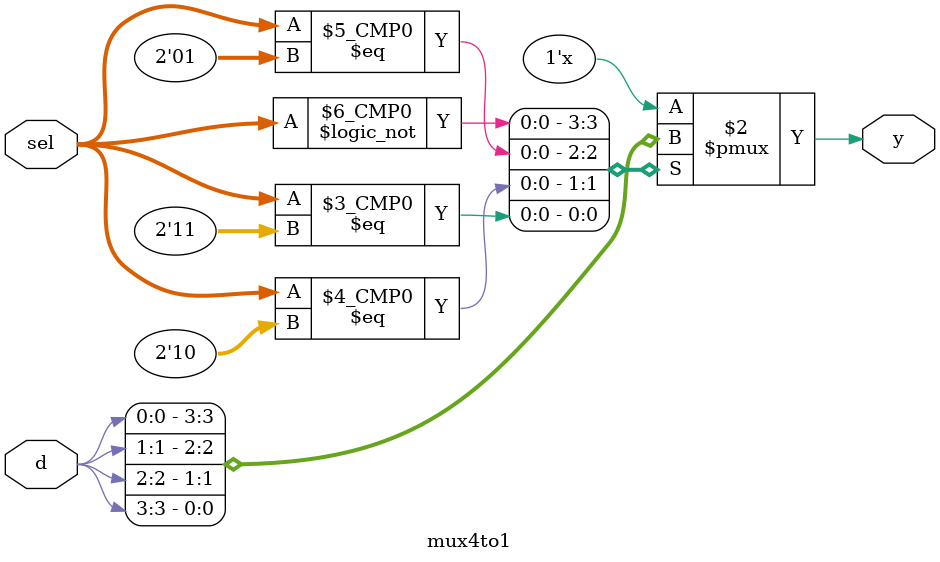
<source format=v>
module mux4to1(input [1:0] sel, input [3:0] d, output reg y);
  always @(*)
    case (sel)
      2'b00: y = d[0];
      2'b01: y = d[1];
      2'b10: y = d[2];
      2'b11: y = d[3];
    endcase
endmodule

</source>
